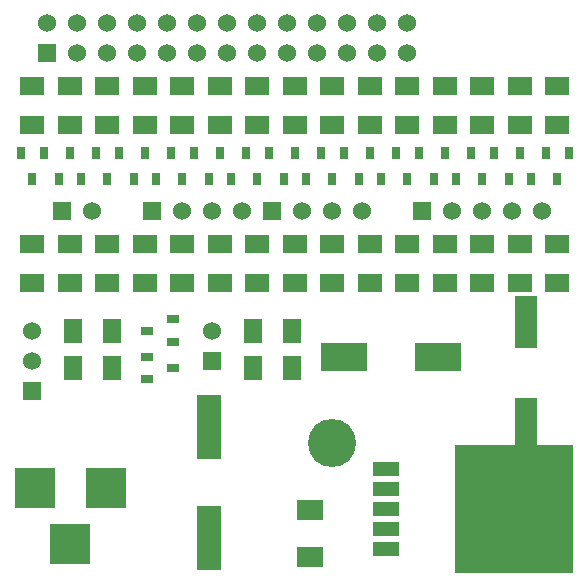
<source format=gts>
G04 (created by PCBNEW (2013-07-07 BZR 4022)-stable) date 21/02/2014 11:26:53*
%MOIN*%
G04 Gerber Fmt 3.4, Leading zero omitted, Abs format*
%FSLAX34Y34*%
G01*
G70*
G90*
G04 APERTURE LIST*
%ADD10C,0.00590551*%
%ADD11R,0.08X0.06*%
%ADD12R,0.09X0.045*%
%ADD13R,0.3937X0.4252*%
%ADD14R,0.0315X0.0394*%
%ADD15R,0.0394X0.0315*%
%ADD16R,0.06X0.08*%
%ADD17R,0.06X0.06*%
%ADD18C,0.06*%
%ADD19R,0.0866X0.0709*%
%ADD20R,0.1575X0.0945*%
%ADD21R,0.1378X0.1378*%
%ADD22C,0.16*%
%ADD23R,0.0787X0.2165*%
%ADD24R,0.0748X0.1732*%
G04 APERTURE END LIST*
G54D10*
G54D11*
X33500Y-19150D03*
X33500Y-17850D03*
G54D12*
X37800Y-26031D03*
G54D13*
X42050Y-26700D03*
G54D12*
X37800Y-27369D03*
X37800Y-26700D03*
X37800Y-25361D03*
X37800Y-28039D03*
G54D14*
X29750Y-14817D03*
X30125Y-15683D03*
X29375Y-15683D03*
X42250Y-14817D03*
X42625Y-15683D03*
X41875Y-15683D03*
X41000Y-15683D03*
X40625Y-14817D03*
X41375Y-14817D03*
X43500Y-15683D03*
X43125Y-14817D03*
X43875Y-14817D03*
X39750Y-14817D03*
X40125Y-15683D03*
X39375Y-15683D03*
X26000Y-15683D03*
X25625Y-14817D03*
X26375Y-14817D03*
X38500Y-15683D03*
X38125Y-14817D03*
X38875Y-14817D03*
X33500Y-15683D03*
X33125Y-14817D03*
X33875Y-14817D03*
X27250Y-14817D03*
X27625Y-15683D03*
X26875Y-15683D03*
X32250Y-14817D03*
X32625Y-15683D03*
X31875Y-15683D03*
X31000Y-15683D03*
X30625Y-14817D03*
X31375Y-14817D03*
X34750Y-14817D03*
X35125Y-15683D03*
X34375Y-15683D03*
X37250Y-14817D03*
X37625Y-15683D03*
X36875Y-15683D03*
X36000Y-15683D03*
X35625Y-14817D03*
X36375Y-14817D03*
G54D15*
X29817Y-20750D03*
X30683Y-20375D03*
X30683Y-21125D03*
G54D14*
X28500Y-15683D03*
X28125Y-14817D03*
X28875Y-14817D03*
G54D15*
X30683Y-22000D03*
X29817Y-22375D03*
X29817Y-21625D03*
G54D11*
X27250Y-13900D03*
X27250Y-12600D03*
X43500Y-13900D03*
X43500Y-12600D03*
X37250Y-19150D03*
X37250Y-17850D03*
X43500Y-19150D03*
X43500Y-17850D03*
X37250Y-13900D03*
X37250Y-12600D03*
X26000Y-13900D03*
X26000Y-12600D03*
X26000Y-19150D03*
X26000Y-17850D03*
X34750Y-19150D03*
X34750Y-17850D03*
X36000Y-19150D03*
X36000Y-17850D03*
X27250Y-19150D03*
X27250Y-17850D03*
X31000Y-13900D03*
X31000Y-12600D03*
X41000Y-19150D03*
X41000Y-17850D03*
X31000Y-19150D03*
X31000Y-17850D03*
X34750Y-13900D03*
X34750Y-12600D03*
X36000Y-13900D03*
X36000Y-12600D03*
X42250Y-13900D03*
X42250Y-12600D03*
G54D16*
X28650Y-20750D03*
X27350Y-20750D03*
X34650Y-20750D03*
X33350Y-20750D03*
X28650Y-22000D03*
X27350Y-22000D03*
X34650Y-22000D03*
X33350Y-22000D03*
G54D11*
X28500Y-13900D03*
X28500Y-12600D03*
X28500Y-19150D03*
X28500Y-17850D03*
X29750Y-13900D03*
X29750Y-12600D03*
X29750Y-19150D03*
X29750Y-17850D03*
X32250Y-13900D03*
X32250Y-12600D03*
X33500Y-13900D03*
X33500Y-12600D03*
X38500Y-13900D03*
X38500Y-12600D03*
X38500Y-19150D03*
X38500Y-17850D03*
X39750Y-19150D03*
X39750Y-17850D03*
X39750Y-13900D03*
X39750Y-12600D03*
X41000Y-13900D03*
X41000Y-12600D03*
X32250Y-19150D03*
X32250Y-17850D03*
X42250Y-19150D03*
X42250Y-17850D03*
G54D17*
X39000Y-16750D03*
G54D18*
X40000Y-16750D03*
X41000Y-16750D03*
X42000Y-16750D03*
X43000Y-16750D03*
G54D17*
X27000Y-16750D03*
G54D18*
X28000Y-16750D03*
G54D17*
X26500Y-11500D03*
G54D18*
X26500Y-10500D03*
X27500Y-11500D03*
X27500Y-10500D03*
X28500Y-11500D03*
X28500Y-10500D03*
X29500Y-11500D03*
X29500Y-10500D03*
X30500Y-11500D03*
X30500Y-10500D03*
X31500Y-11500D03*
X31500Y-10500D03*
X32500Y-11500D03*
X32500Y-10500D03*
X33500Y-11500D03*
X33500Y-10500D03*
X34500Y-11500D03*
X34500Y-10500D03*
X35500Y-11500D03*
X35500Y-10500D03*
X36500Y-11500D03*
X36500Y-10500D03*
X37500Y-11500D03*
X37500Y-10500D03*
X38500Y-11500D03*
X38500Y-10500D03*
G54D19*
X35250Y-28290D03*
X35250Y-26710D03*
G54D20*
X36385Y-21640D03*
X39535Y-21640D03*
G54D21*
X28441Y-26000D03*
X26079Y-26000D03*
X27260Y-27850D03*
G54D17*
X26000Y-22750D03*
G54D18*
X26000Y-21750D03*
X26000Y-20750D03*
G54D22*
X36000Y-24500D03*
G54D23*
X31900Y-23950D03*
X31900Y-27650D03*
G54D24*
X42450Y-20448D03*
X42450Y-23873D03*
G54D17*
X34000Y-16750D03*
G54D18*
X35000Y-16750D03*
X36000Y-16750D03*
X37000Y-16750D03*
G54D17*
X30000Y-16750D03*
G54D18*
X31000Y-16750D03*
X32000Y-16750D03*
X33000Y-16750D03*
G54D17*
X32000Y-21750D03*
G54D18*
X32000Y-20750D03*
M02*

</source>
